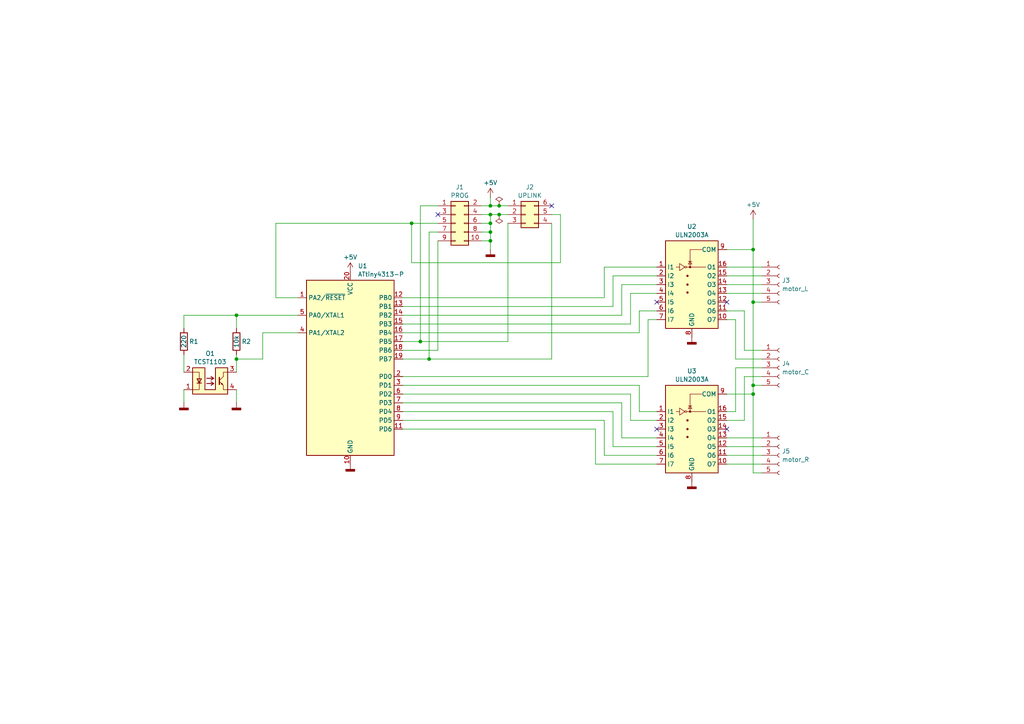
<source format=kicad_sch>
(kicad_sch (version 20231120) (generator "eeschema") (generator_version "8.0")
  (paper "A4")
  (lib_symbols
    (symbol "Connector:Conn_01x05_Socket" (pin_names (offset 1.016) hide)
      (property "Reference" "J" (at 0 7.62 0))
      (property "Value" "Conn_01x05_Socket" (at 0 -7.62 0))
      (symbol "Conn_01x05_Socket_1_1"
        (arc (start 0 -4.572) (mid -0.5058 -5.08) (end 0 -5.588) (stroke (width 0.1524)))
        (arc (start 0 -2.032) (mid -0.5058 -2.54) (end 0 -3.048) (stroke (width 0.1524)))
        (polyline (pts (xy -1.27 -5.08) (xy -0.508 -5.08)) (stroke (width 0.1524)))
        (polyline (pts (xy -1.27 -2.54) (xy -0.508 -2.54)) (stroke (width 0.1524)))
        (polyline (pts (xy -1.27 0) (xy -0.508 0)) (stroke (width 0.1524)))
        (polyline (pts (xy -1.27 2.54) (xy -0.508 2.54)) (stroke (width 0.1524)))
        (polyline (pts (xy -1.27 5.08) (xy -0.508 5.08)) (stroke (width 0.1524)))
        (arc (start 0 0.508) (mid -0.5058 0) (end 0 -0.508) (stroke (width 0.1524)))
        (arc (start 0 3.048) (mid -0.5058 2.54) (end 0 2.032) (stroke (width 0.1524)))
        (arc (start 0 5.588) (mid -0.5058 5.08) (end 0 4.572) (stroke (width 0.1524)))
        (pin passive line (at -5.08 5.08 0) (length 3.81) (name "Pin_1") (number "1"))
        (pin passive line (at -5.08 2.54 0) (length 3.81) (name "Pin_2") (number "2"))
        (pin passive line (at -5.08 0 0) (length 3.81) (name "Pin_3") (number "3"))
        (pin passive line (at -5.08 -2.54 0) (length 3.81) (name "Pin_4") (number "4"))
        (pin passive line (at -5.08 -5.08 0) (length 3.81) (name "Pin_5") (number "5"))
      )
    )
    (symbol "Connector_Generic:Conn_02x03_Counter_Clockwise" (pin_names (offset 1.016) hide)
      (property "Reference" "J" (at 1.27 5.08 0))
      (property "Value" "Conn_02x03_Counter_Clockwise" (at 1.27 -5.08 0))
      (symbol "Conn_02x03_Counter_Clockwise_1_1"
        (rectangle (start -1.27 -2.413) (end 0 -2.667) (stroke (width 0.1524)))
        (rectangle (start -1.27 0.127) (end 0 -0.127) (stroke (width 0.1524)))
        (rectangle (start -1.27 2.667) (end 0 2.413) (stroke (width 0.1524)))
        (rectangle (start -1.27 3.81) (end 3.81 -3.81) (stroke (width 0.254)) (fill (type background)))
        (rectangle (start 3.81 -2.413) (end 2.54 -2.667) (stroke (width 0.1524)))
        (rectangle (start 3.81 0.127) (end 2.54 -0.127) (stroke (width 0.1524)))
        (rectangle (start 3.81 2.667) (end 2.54 2.413) (stroke (width 0.1524)))
        (pin passive line (at -5.08 2.54 0) (length 3.81) (name "Pin_1") (number "1"))
        (pin passive line (at -5.08 0 0) (length 3.81) (name "Pin_2") (number "2"))
        (pin passive line (at -5.08 -2.54 0) (length 3.81) (name "Pin_3") (number "3"))
        (pin passive line (at 7.62 -2.54 180) (length 3.81) (name "Pin_4") (number "4"))
        (pin passive line (at 7.62 0 180) (length 3.81) (name "Pin_5") (number "5"))
        (pin passive line (at 7.62 2.54 180) (length 3.81) (name "Pin_6") (number "6"))
      )
    )
    (symbol "Connector_Generic:Conn_02x05_Odd_Even" (pin_names (offset 1.016) hide)
      (property "Reference" "J" (at 1.27 7.62 0))
      (property "Value" "Conn_02x05_Odd_Even" (at 1.27 -7.62 0))
      (symbol "Conn_02x05_Odd_Even_1_1"
        (rectangle (start -1.27 -4.953) (end 0 -5.207) (stroke (width 0.1524)))
        (rectangle (start -1.27 -2.413) (end 0 -2.667) (stroke (width 0.1524)))
        (rectangle (start -1.27 0.127) (end 0 -0.127) (stroke (width 0.1524)))
        (rectangle (start -1.27 2.667) (end 0 2.413) (stroke (width 0.1524)))
        (rectangle (start -1.27 5.207) (end 0 4.953) (stroke (width 0.1524)))
        (rectangle (start -1.27 6.35) (end 3.81 -6.35) (stroke (width 0.254)) (fill (type background)))
        (rectangle (start 3.81 -4.953) (end 2.54 -5.207) (stroke (width 0.1524)))
        (rectangle (start 3.81 -2.413) (end 2.54 -2.667) (stroke (width 0.1524)))
        (rectangle (start 3.81 0.127) (end 2.54 -0.127) (stroke (width 0.1524)))
        (rectangle (start 3.81 2.667) (end 2.54 2.413) (stroke (width 0.1524)))
        (rectangle (start 3.81 5.207) (end 2.54 4.953) (stroke (width 0.1524)))
        (pin passive line (at -5.08 5.08 0) (length 3.81) (name "Pin_1") (number "1"))
        (pin passive line (at 7.62 -5.08 180) (length 3.81) (name "Pin_10") (number "10"))
        (pin passive line (at 7.62 5.08 180) (length 3.81) (name "Pin_2") (number "2"))
        (pin passive line (at -5.08 2.54 0) (length 3.81) (name "Pin_3") (number "3"))
        (pin passive line (at 7.62 2.54 180) (length 3.81) (name "Pin_4") (number "4"))
        (pin passive line (at -5.08 0 0) (length 3.81) (name "Pin_5") (number "5"))
        (pin passive line (at 7.62 0 180) (length 3.81) (name "Pin_6") (number "6"))
        (pin passive line (at -5.08 -2.54 0) (length 3.81) (name "Pin_7") (number "7"))
        (pin passive line (at 7.62 -2.54 180) (length 3.81) (name "Pin_8") (number "8"))
        (pin passive line (at -5.08 -5.08 0) (length 3.81) (name "Pin_9") (number "9"))
      )
    )
    (symbol "Device:R" (pin_numbers hide) (pin_names (offset 0))
      (property "Reference" "R" (at 2.032 0 90))
      (property "Value" "R" (at 0 0 90))
      (symbol "R_0_1"
        (rectangle (start -1.016 -2.54) (end 1.016 2.54) (stroke (width 0.254)))
      )
      (symbol "R_1_1"
        (pin passive line (at 0 3.81 270) (length 1.27) (name "~") (number "1"))
        (pin passive line (at 0 -3.81 90) (length 1.27) (name "~") (number "2"))
      )
    )
    (symbol "MCU_Microchip_ATtiny:ATtiny4313-P"
      (property "Reference" "U" (at -12.7 26.67 0))
      (property "Value" "ATtiny4313-P" (at 2.54 -26.67 0))
      (symbol "ATtiny4313-P_0_1"
        (rectangle (start -12.7 -25.4) (end 12.7 25.4) (stroke (width 0.254)) (fill (type background)))
      )
      (symbol "ATtiny4313-P_1_1"
        (pin bidirectional line (at -15.24 20.32 0) (length 2.54) (name "PA2/~{RESET}") (number "1"))
        (pin power_in line (at 0 -27.94 90) (length 2.54) (name "GND") (number "10"))
        (pin bidirectional line (at 15.24 -17.78 180) (length 2.54) (name "PD6") (number "11"))
        (pin bidirectional line (at 15.24 20.32 180) (length 2.54) (name "PB0") (number "12"))
        (pin bidirectional line (at 15.24 17.78 180) (length 2.54) (name "PB1") (number "13"))
        (pin bidirectional line (at 15.24 15.24 180) (length 2.54) (name "PB2") (number "14"))
        (pin bidirectional line (at 15.24 12.7 180) (length 2.54) (name "PB3") (number "15"))
        (pin bidirectional line (at 15.24 10.16 180) (length 2.54) (name "PB4") (number "16"))
        (pin bidirectional line (at 15.24 7.62 180) (length 2.54) (name "PB5") (number "17"))
        (pin bidirectional line (at 15.24 5.08 180) (length 2.54) (name "PB6") (number "18"))
        (pin bidirectional line (at 15.24 2.54 180) (length 2.54) (name "PB7") (number "19"))
        (pin bidirectional line (at 15.24 -2.54 180) (length 2.54) (name "PD0") (number "2"))
        (pin power_in line (at 0 27.94 270) (length 2.54) (name "VCC") (number "20"))
        (pin bidirectional line (at 15.24 -5.08 180) (length 2.54) (name "PD1") (number "3"))
        (pin bidirectional line (at -15.24 10.16 0) (length 2.54) (name "PA1/XTAL2") (number "4"))
        (pin bidirectional line (at -15.24 15.24 0) (length 2.54) (name "PA0/XTAL1") (number "5"))
        (pin bidirectional line (at 15.24 -7.62 180) (length 2.54) (name "PD2") (number "6"))
        (pin bidirectional line (at 15.24 -10.16 180) (length 2.54) (name "PD3") (number "7"))
        (pin bidirectional line (at 15.24 -12.7 180) (length 2.54) (name "PD4") (number "8"))
        (pin bidirectional line (at 15.24 -15.24 180) (length 2.54) (name "PD5") (number "9"))
      )
    )
    (symbol "Transistor_Array:ULN2003A"
      (property "Reference" "U" (at 0 15.875 0))
      (property "Value" "ULN2003A" (at 0 13.97 0))
      (symbol "ULN2003A_0_1"
        (rectangle (start -7.62 -12.7) (end 7.62 12.7) (stroke (width 0.254)) (fill (type background)))
        (circle (center -1.778 5.08) (radius 0.254))
        (circle (center -1.27 -2.286) (radius 0.254) (fill (type outline)))
        (circle (center -1.27 0) (radius 0.254) (fill (type outline)))
        (circle (center -1.27 2.54) (radius 0.254) (fill (type outline)))
        (circle (center -0.508 5.08) (radius 0.254) (fill (type outline)))
        (polyline (pts (xy -4.572 5.08) (xy -3.556 5.08)))
        (polyline (pts (xy -1.524 5.08) (xy 4.064 5.08)))
        (polyline (pts (xy 0 6.731) (xy -1.016 6.731)))
        (polyline (pts (xy -0.508 5.08) (xy -0.508 10.16) (xy 2.921 10.16)))
        (polyline (pts (xy -3.556 6.096) (xy -3.556 4.064) (xy -2.032 5.08) (xy -3.556 6.096)))
        (polyline (pts (xy 0 5.969) (xy -1.016 5.969) (xy -0.508 6.731) (xy 0 5.969)))
      )
      (symbol "ULN2003A_1_1"
        (pin input line (at -10.16 5.08 0) (length 2.54) (name "I1") (number "1"))
        (pin open_collector line (at 10.16 -10.16 180) (length 2.54) (name "O7") (number "10"))
        (pin open_collector line (at 10.16 -7.62 180) (length 2.54) (name "O6") (number "11"))
        (pin open_collector line (at 10.16 -5.08 180) (length 2.54) (name "O5") (number "12"))
        (pin open_collector line (at 10.16 -2.54 180) (length 2.54) (name "O4") (number "13"))
        (pin open_collector line (at 10.16 0 180) (length 2.54) (name "O3") (number "14"))
        (pin open_collector line (at 10.16 2.54 180) (length 2.54) (name "O2") (number "15"))
        (pin open_collector line (at 10.16 5.08 180) (length 2.54) (name "O1") (number "16"))
        (pin input line (at -10.16 2.54 0) (length 2.54) (name "I2") (number "2"))
        (pin input line (at -10.16 0 0) (length 2.54) (name "I3") (number "3"))
        (pin input line (at -10.16 -2.54 0) (length 2.54) (name "I4") (number "4"))
        (pin input line (at -10.16 -5.08 0) (length 2.54) (name "I5") (number "5"))
        (pin input line (at -10.16 -7.62 0) (length 2.54) (name "I6") (number "6"))
        (pin input line (at -10.16 -10.16 0) (length 2.54) (name "I7") (number "7"))
        (pin power_in line (at 0 -15.24 90) (length 2.54) (name "GND") (number "8"))
        (pin passive line (at 10.16 10.16 180) (length 2.54) (name "COM") (number "9"))
      )
    )
    (symbol "misi:TCST1103" (pin_names (offset 1.016) hide)
      (property "Reference" "O" (at -3.81 5.08 0))
      (property "Value" "TCST1103" (at 10.16 5.08 0))
      (symbol "TCST1103_0_1"
        (polyline (pts (xy -3.81 -0.635) (xy -2.54 -0.635)) (stroke (width 0.254)))
        (polyline (pts (xy -1.016 0.762) (xy 1.016 0.762)) (stroke (width 0.254)))
        (polyline (pts (xy 2.667 -0.127) (xy 3.81 -1.27)))
        (polyline (pts (xy 2.667 0.127) (xy 3.81 1.27)))
        (polyline (pts (xy 0.254 1.27) (xy 1.016 0.762) (xy 0.254 0.254)) (stroke (width 0.254)))
        (polyline (pts (xy 2.667 1.016) (xy 2.667 -1.016) (xy 2.667 -1.016)) (stroke (width 0.3556)))
        (polyline (pts (xy 3.81 -1.27) (xy 3.81 -2.54) (xy 5.08 -2.54)))
        (polyline (pts (xy 3.81 1.27) (xy 3.81 2.54) (xy 5.08 2.54)))
        (polyline (pts (xy -5.08 -2.54) (xy -3.175 -2.54) (xy -3.175 2.54) (xy -5.08 2.54)))
        (polyline (pts (xy -3.175 -0.635) (xy -3.81 0.635) (xy -2.54 0.635) (xy -3.175 -0.635)) (stroke (width 0.254)))
        (polyline (pts (xy 3.683 -1.143) (xy 3.429 -0.635) (xy 3.175 -0.889) (xy 3.683 -1.143)))
        (polyline (pts (xy 5.08 3.81) (xy 5.08 -3.81) (xy -5.08 -3.81) (xy -5.08 3.81) (xy -1.524 3.81) (xy -1.524 -2.54) (xy 1.524 -2.54) (xy 1.524 3.81) (xy 5.08 3.81)) (stroke (width 0.254)) (fill (type background)))
      )
      (symbol "TCST1103_1_1"
        (polyline (pts (xy -1.016 -0.762) (xy 1.016 -0.762)) (stroke (width 0.254)))
        (polyline (pts (xy 0.254 -0.254) (xy 1.016 -0.762) (xy 0.254 -1.27)) (stroke (width 0.254)))
        (pin passive line (at -7.62 -2.54 0) (length 2.54) (name "K") (number "1"))
        (pin passive line (at -7.62 2.54 0) (length 2.54) (name "A") (number "2"))
        (pin open_collector line (at 7.62 2.54 180) (length 2.54) (name "C") (number "3"))
        (pin open_emitter line (at 7.62 -2.54 180) (length 2.54) (name "E") (number "4"))
      )
    )
    (symbol "power:+5V" (power) (pin_numbers hide) (pin_names (offset 0) hide)
      (property "Value" "+5V" (at 0 3.556 0))
      (symbol "+5V_0_1"
        (polyline (pts (xy -0.762 1.27) (xy 0 2.54)))
        (polyline (pts (xy 0 0) (xy 0 2.54)))
        (polyline (pts (xy 0 2.54) (xy 0.762 1.27)))
      )
      (symbol "+5V_1_1"
        (pin power_in line (at 0 0 90) (length 0) (name "~") (number "1"))
      )
    )
    (symbol "power:GNDD" (power) (pin_numbers hide) (pin_names (offset 0) hide)
      (property "Value" "GNDD" (at 0 -3.175 0))
      (symbol "GNDD_0_1"
        (rectangle (start -1.27 -1.524) (end 1.27 -2.032) (stroke (width 0.254)) (fill (type outline)))
        (polyline (pts (xy 0 0) (xy 0 -1.524)))
      )
      (symbol "GNDD_1_1"
        (pin power_in line (at 0 0 270) (length 0) (name "~") (number "1"))
      )
    )
    (symbol "power:PWR_FLAG" (power) (pin_numbers hide) (pin_names (offset 0) hide)
      (property "Value" "PWR_FLAG" (at 0 3.81 0))
      (symbol "PWR_FLAG_0_0"
        (pin power_out line (at 0 0 90) (length 0) (name "~") (number "1"))
      )
      (symbol "PWR_FLAG_0_1"
        (polyline (pts (xy 0 0) (xy 0 1.27) (xy -1.016 1.905) (xy 0 2.54) (xy 1.016 1.905) (xy 0 1.27)))
      )
    )
  )
  (junction (at 142.24 62.23))
  (junction (at 142.24 64.77))
  (junction (at 68.58 104.14))
  (junction (at 142.24 67.31))
  (junction (at 218.44 114.3))
  (junction (at 218.44 87.63))
  (junction (at 142.24 69.85))
  (junction (at 124.46 104.14))
  (junction (at 142.24 59.69))
  (junction (at 68.58 91.44))
  (junction (at 144.78 62.23))
  (junction (at 144.78 59.69))
  (junction (at 218.44 72.39))
  (junction (at 121.92 99.06))
  (junction (at 119.38 64.77))
  (junction (at 218.44 111.76))
  (no_connect (at 210.82 87.63))
  (no_connect (at 190.5 124.46))
  (no_connect (at 190.5 87.63))
  (no_connect (at 210.82 124.46))
  (no_connect (at 127 62.23))
  (no_connect (at 160.02 59.69))
  (wire (pts (xy 147.32 64.77) (xy 147.32 99.06)))
  (wire (pts (xy 180.34 127) (xy 180.34 116.84)))
  (wire (pts (xy 147.32 99.06) (xy 121.92 99.06)))
  (wire (pts (xy 190.5 121.92) (xy 182.88 121.92)))
  (wire (pts (xy 220.98 109.22) (xy 215.9 109.22)))
  (wire (pts (xy 116.84 91.44) (xy 180.34 91.44)))
  (wire (pts (xy 175.26 132.08) (xy 190.5 132.08)))
  (wire (pts (xy 68.58 113.03) (xy 68.58 116.84)))
  (wire (pts (xy 76.2 104.14) (xy 68.58 104.14)))
  (wire (pts (xy 86.36 96.52) (xy 76.2 96.52)))
  (wire (pts (xy 116.84 121.92) (xy 175.26 121.92)))
  (wire (pts (xy 144.78 59.69) (xy 147.32 59.69)))
  (wire (pts (xy 218.44 72.39) (xy 218.44 87.63)))
  (wire (pts (xy 210.82 72.39) (xy 218.44 72.39)))
  (wire (pts (xy 160.02 104.14) (xy 124.46 104.14)))
  (wire (pts (xy 215.9 109.22) (xy 215.9 121.92)))
  (wire (pts (xy 162.56 62.23) (xy 162.56 76.2)))
  (wire (pts (xy 119.38 64.77) (xy 80.01 64.77)))
  (wire (pts (xy 142.24 69.85) (xy 142.24 72.39)))
  (wire (pts (xy 124.46 104.14) (xy 124.46 67.31)))
  (wire (pts (xy 180.34 91.44) (xy 180.34 82.55)))
  (wire (pts (xy 160.02 62.23) (xy 162.56 62.23)))
  (wire (pts (xy 86.36 91.44) (xy 68.58 91.44)))
  (wire (pts (xy 210.82 82.55) (xy 220.98 82.55)))
  (wire (pts (xy 80.01 64.77) (xy 80.01 86.36)))
  (wire (pts (xy 185.42 96.52) (xy 116.84 96.52)))
  (wire (pts (xy 127 101.6) (xy 127 69.85)))
  (wire (pts (xy 190.5 129.54) (xy 177.8 129.54)))
  (wire (pts (xy 210.82 119.38) (xy 213.36 119.38)))
  (wire (pts (xy 182.88 85.09) (xy 190.5 85.09)))
  (wire (pts (xy 139.7 69.85) (xy 142.24 69.85)))
  (wire (pts (xy 177.8 129.54) (xy 177.8 119.38)))
  (wire (pts (xy 142.24 59.69) (xy 139.7 59.69)))
  (wire (pts (xy 190.5 90.17) (xy 185.42 90.17)))
  (wire (pts (xy 116.84 86.36) (xy 175.26 86.36)))
  (wire (pts (xy 116.84 101.6) (xy 127 101.6)))
  (wire (pts (xy 220.98 137.16) (xy 218.44 137.16)))
  (wire (pts (xy 53.34 113.03) (xy 53.34 116.84)))
  (wire (pts (xy 210.82 77.47) (xy 220.98 77.47)))
  (wire (pts (xy 210.82 114.3) (xy 218.44 114.3)))
  (wire (pts (xy 218.44 111.76) (xy 218.44 114.3)))
  (wire (pts (xy 213.36 119.38) (xy 213.36 106.68)))
  (wire (pts (xy 187.96 92.71) (xy 187.96 109.22)))
  (wire (pts (xy 76.2 96.52) (xy 76.2 104.14)))
  (wire (pts (xy 210.82 134.62) (xy 220.98 134.62)))
  (wire (pts (xy 215.9 121.92) (xy 210.82 121.92)))
  (wire (pts (xy 218.44 111.76) (xy 220.98 111.76)))
  (wire (pts (xy 160.02 64.77) (xy 160.02 104.14)))
  (wire (pts (xy 185.42 90.17) (xy 185.42 96.52)))
  (wire (pts (xy 68.58 104.14) (xy 68.58 107.95)))
  (wire (pts (xy 210.82 92.71) (xy 213.36 92.71)))
  (wire (pts (xy 124.46 67.31) (xy 127 67.31)))
  (wire (pts (xy 185.42 119.38) (xy 185.42 111.76)))
  (wire (pts (xy 116.84 99.06) (xy 121.92 99.06)))
  (wire (pts (xy 175.26 77.47) (xy 190.5 77.47)))
  (wire (pts (xy 215.9 90.17) (xy 210.82 90.17)))
  (wire (pts (xy 180.34 116.84) (xy 116.84 116.84)))
  (wire (pts (xy 182.88 114.3) (xy 116.84 114.3)))
  (wire (pts (xy 172.72 134.62) (xy 172.72 124.46)))
  (wire (pts (xy 213.36 92.71) (xy 213.36 104.14)))
  (wire (pts (xy 53.34 91.44) (xy 53.34 95.25)))
  (wire (pts (xy 177.8 80.01) (xy 190.5 80.01)))
  (wire (pts (xy 182.88 93.98) (xy 182.88 85.09)))
  (wire (pts (xy 142.24 62.23) (xy 142.24 64.77)))
  (wire (pts (xy 53.34 102.87) (xy 53.34 107.95)))
  (wire (pts (xy 144.78 62.23) (xy 147.32 62.23)))
  (wire (pts (xy 190.5 127) (xy 180.34 127)))
  (wire (pts (xy 218.44 63.5) (xy 218.44 72.39)))
  (wire (pts (xy 142.24 67.31) (xy 142.24 69.85)))
  (wire (pts (xy 116.84 93.98) (xy 182.88 93.98)))
  (wire (pts (xy 177.8 88.9) (xy 177.8 80.01)))
  (wire (pts (xy 218.44 114.3) (xy 218.44 137.16)))
  (wire (pts (xy 190.5 92.71) (xy 187.96 92.71)))
  (wire (pts (xy 68.58 102.87) (xy 68.58 104.14)))
  (wire (pts (xy 116.84 88.9) (xy 177.8 88.9)))
  (wire (pts (xy 190.5 134.62) (xy 172.72 134.62)))
  (wire (pts (xy 139.7 62.23) (xy 142.24 62.23)))
  (wire (pts (xy 213.36 104.14) (xy 220.98 104.14)))
  (wire (pts (xy 142.24 57.15) (xy 142.24 59.69)))
  (wire (pts (xy 210.82 85.09) (xy 220.98 85.09)))
  (wire (pts (xy 215.9 101.6) (xy 215.9 90.17)))
  (wire (pts (xy 116.84 109.22) (xy 187.96 109.22)))
  (wire (pts (xy 180.34 82.55) (xy 190.5 82.55)))
  (wire (pts (xy 139.7 64.77) (xy 142.24 64.77)))
  (wire (pts (xy 182.88 121.92) (xy 182.88 114.3)))
  (wire (pts (xy 175.26 121.92) (xy 175.26 132.08)))
  (wire (pts (xy 142.24 64.77) (xy 142.24 67.31)))
  (wire (pts (xy 53.34 91.44) (xy 68.58 91.44)))
  (wire (pts (xy 121.92 99.06) (xy 121.92 59.69)))
  (wire (pts (xy 142.24 59.69) (xy 144.78 59.69)))
  (wire (pts (xy 218.44 87.63) (xy 218.44 111.76)))
  (wire (pts (xy 139.7 67.31) (xy 142.24 67.31)))
  (wire (pts (xy 116.84 104.14) (xy 124.46 104.14)))
  (wire (pts (xy 121.92 59.69) (xy 127 59.69)))
  (wire (pts (xy 210.82 129.54) (xy 220.98 129.54)))
  (wire (pts (xy 177.8 119.38) (xy 116.84 119.38)))
  (wire (pts (xy 218.44 87.63) (xy 220.98 87.63)))
  (wire (pts (xy 185.42 111.76) (xy 116.84 111.76)))
  (wire (pts (xy 68.58 91.44) (xy 68.58 95.25)))
  (wire (pts (xy 220.98 101.6) (xy 215.9 101.6)))
  (wire (pts (xy 190.5 119.38) (xy 185.42 119.38)))
  (wire (pts (xy 162.56 76.2) (xy 119.38 76.2)))
  (wire (pts (xy 142.24 62.23) (xy 144.78 62.23)))
  (wire (pts (xy 210.82 132.08) (xy 220.98 132.08)))
  (wire (pts (xy 210.82 127) (xy 220.98 127)))
  (wire (pts (xy 175.26 86.36) (xy 175.26 77.47)))
  (wire (pts (xy 213.36 106.68) (xy 220.98 106.68)))
  (wire (pts (xy 127 64.77) (xy 119.38 64.77)))
  (wire (pts (xy 210.82 80.01) (xy 220.98 80.01)))
  (wire (pts (xy 80.01 86.36) (xy 86.36 86.36)))
  (wire (pts (xy 172.72 124.46) (xy 116.84 124.46)))
  (wire (pts (xy 119.38 76.2) (xy 119.38 64.77)))
  (symbol (lib_id "power:GNDD") (at 68.58 116.84 0) (unit 1)
    (property "Reference" "#PWR02" (effects (hide yes)))
    (property "Value" "GNDD" (effects (hide yes)))
    (property "Description" "Power symbol creates a global label with name \"GNDD\" , digital ground" (effects (hide yes)))
  )
  (symbol (lib_id "power:GNDD") (at 53.34 116.84 0) (unit 1)
    (property "Reference" "#PWR01" (effects (hide yes)))
    (property "Value" "GNDD" (effects (hide yes)))
    (property "Description" "Power symbol creates a global label with name \"GNDD\" , digital ground" (effects (hide yes)))
  )
  (symbol (lib_id "Connector:Conn_01x05_Socket") (at 226.06 82.55 0) (unit 1)
    (property "Reference" "J3" (at 226.7712 81.3378 0) (effects (justify left)))
    (property "Value" "motor_L" (at 226.7712 83.7621 0) (effects (justify left)))
    (property "Footprint" "Connector_JST:JST_XH_B5B-XH-A_1x05_P2.50mm_Vertical" (effects (hide yes)))
    (property "Description" "Generic connector, single row, 01x05, script generated" (effects (hide yes)))
  )
  (symbol (lib_id "Connector_Generic:Conn_02x05_Odd_Even") (at 132.08 64.77 0) (unit 1)
    (property "Reference" "J1" (at 133.35 54.2755 0))
    (property "Value" "PROG" (at 133.35 56.6998 0))
    (property "Footprint" "Connector_IDC:IDC-Header_2x05_P2.54mm_Vertical" (effects (hide yes)))
    (property "Description" "Generic connector, double row, 02x05, odd/even pin numbering scheme (row 1 odd numbers, row 2 even numbers), script generated (kicad-library-utils/schlib/autogen/connector/)" (effects (hide yes)))
  )
  (symbol (lib_id "power:+5V") (at 101.6 78.74 0) (unit 1)
    (property "Reference" "#PWR03" (effects (hide yes)))
    (property "Value" "+5V" (at 101.6 74.6069 0))
    (property "Description" "Power symbol creates a global label with name \"+5V\"" (effects (hide yes)))
  )
  (symbol (lib_id "power:GNDD") (at 101.6 134.62 0) (unit 1)
    (property "Reference" "#PWR04" (effects (hide yes)))
    (property "Value" "GNDD" (effects (hide yes)))
    (property "Description" "Power symbol creates a global label with name \"GNDD\" , digital ground" (effects (hide yes)))
  )
  (symbol (lib_id "power:+5V") (at 218.44 63.5 0) (unit 1)
    (property "Reference" "#PWR09" (effects (hide yes)))
    (property "Value" "+5V" (at 218.44 59.3669 0))
    (property "Description" "Power symbol creates a global label with name \"+5V\"" (effects (hide yes)))
  )
  (symbol (lib_id "Transistor_Array:ULN2003A") (at 200.66 82.55 0) (unit 1)
    (property "Reference" "U2" (at 200.66 65.7055 0))
    (property "Value" "ULN2003A" (at 200.66 68.1298 0))
    (property "Footprint" "Package_DIP:DIP-16_W7.62mm_LongPads" (effects (hide yes)))
    (property "Datasheet" "http://www.ti.com/lit/ds/symlink/uln2003a.pdf" (effects (hide yes)))
    (property "Description" "High Voltage, High Current Darlington Transistor Arrays, SOIC16/SOIC16W/DIP16/TSSOP16" (effects (hide yes)))
  )
  (symbol (lib_id "misi:TCST1103") (at 60.96 110.49 0) (unit 1)
    (property "Reference" "O1" (at 60.96 102.5355 0))
    (property "Value" "TCST1103" (at 60.96 104.9598 0))
    (property "Footprint" "OptoDevice:Everlight_ITR8307" (effects (hide yes)))
    (property "Datasheet" "http://www.ystone.com.tw/en/data/goods/IRPT/Photo%20Interrupters-Reflective%20Type.pdf" (effects (hide yes)))
    (property "Description" "Subminiature Reflective Optical Sensor, Darlington photo transistor, SMD-package with PCB-cutout" (effects (hide yes)))
  )
  (symbol (lib_id "power:PWR_FLAG") (at 144.78 59.69 0) (unit 1)
    (property "Reference" "#FLG01" (effects (hide yes)))
    (property "Value" "PWR_FLAG" (effects (hide yes)))
    (property "Description" "Special symbol for telling ERC where power comes from" (effects (hide yes)))
  )
  (symbol (lib_id "Device:R") (at 68.58 99.06 0) (unit 1)
    (property "Reference" "R2" (at 70.104 99.06 0) (effects (justify left)))
    (property "Value" "10k" (at 68.58 99.06 90))
    (property "Footprint" "Resistor_THT:R_Axial_DIN0309_L9.0mm_D3.2mm_P12.70mm_Horizontal" (effects (hide yes)))
    (property "Description" "Resistor" (effects (hide yes)))
  )
  (symbol (lib_id "Transistor_Array:ULN2003A") (at 200.66 124.46 0) (unit 1)
    (property "Reference" "U3" (at 200.66 107.6155 0))
    (property "Value" "ULN2003A" (at 200.66 110.0398 0))
    (property "Footprint" "Package_DIP:DIP-16_W7.62mm_LongPads" (effects (hide yes)))
    (property "Datasheet" "http://www.ti.com/lit/ds/symlink/uln2003a.pdf" (effects (hide yes)))
    (property "Description" "High Voltage, High Current Darlington Transistor Arrays, SOIC16/SOIC16W/DIP16/TSSOP16" (effects (hide yes)))
  )
  (symbol (lib_id "Connector:Conn_01x05_Socket") (at 226.06 132.08 0) (unit 1)
    (property "Reference" "J5" (at 226.7712 130.8678 0) (effects (justify left)))
    (property "Value" "motor_R" (at 226.7712 133.2921 0) (effects (justify left)))
    (property "Footprint" "Connector_JST:JST_XH_B5B-XH-A_1x05_P2.50mm_Vertical" (effects (hide yes)))
    (property "Description" "Generic connector, single row, 01x05, script generated" (effects (hide yes)))
  )
  (symbol (lib_id "MCU_Microchip_ATtiny:ATtiny4313-P") (at 101.6 106.68 0) (unit 1)
    (property "Reference" "U1" (at 103.7941 77.1355 0) (effects (justify left)))
    (property "Value" "ATtiny4313-P" (at 103.7941 79.5598 0) (effects (justify left)))
    (property "Footprint" "Package_DIP:DIP-20_W7.62mm_LongPads" (effects (hide yes)))
    (property "Datasheet" "http://ww1.microchip.com/downloads/en/DeviceDoc/doc8246.pdf" (effects (hide yes)))
    (property "Description" "20MHz, 4kB Flash, 256B SRAM, 256B EEPROM, DIP-20" (effects (hide yes)))
  )
  (symbol (lib_id "power:+5V") (at 142.24 57.15 0) (unit 1)
    (property "Reference" "#PWR05" (effects (hide yes)))
    (property "Value" "+5V" (at 142.24 53.0169 0))
    (property "Description" "Power symbol creates a global label with name \"+5V\"" (effects (hide yes)))
  )
  (symbol (lib_id "power:PWR_FLAG") (at 144.78 62.23 180) (unit 1)
    (property "Reference" "#FLG02" (effects (hide yes)))
    (property "Value" "PWR_FLAG" (effects (hide yes)))
    (property "Description" "Special symbol for telling ERC where power comes from" (effects (hide yes)))
  )
  (symbol (lib_id "Connector_Generic:Conn_02x03_Counter_Clockwise") (at 152.4 62.23 0) (unit 1)
    (property "Reference" "J2" (at 153.67 54.2755 0))
    (property "Value" "UPLINK" (at 153.67 56.6998 0))
    (property "Footprint" "Connector_IDC:IDC-Header_2x03_P2.54mm_Vertical" (effects (hide yes)))
    (property "Description" "Generic connector, double row, 02x03, counter clockwise pin numbering scheme (similar to DIP package numbering), script generated (kicad-library-utils/schlib/autogen/connector/)" (effects (hide yes)))
  )
  (symbol (lib_id "Connector:Conn_01x05_Socket") (at 226.06 106.68 0) (unit 1)
    (property "Reference" "J4" (at 226.7712 105.4678 0) (effects (justify left)))
    (property "Value" "motor_C" (at 226.7712 107.8921 0) (effects (justify left)))
    (property "Footprint" "Connector_JST:JST_XH_B5B-XH-A_1x05_P2.50mm_Vertical" (effects (hide yes)))
    (property "Description" "Generic connector, single row, 01x05, script generated" (effects (hide yes)))
  )
  (symbol (lib_id "power:GNDD") (at 200.66 139.7 0) (unit 1)
    (property "Reference" "#PWR08" (effects (hide yes)))
    (property "Value" "GNDD" (effects (hide yes)))
    (property "Description" "Power symbol creates a global label with name \"GNDD\" , digital ground" (effects (hide yes)))
  )
  (symbol (lib_id "power:GNDD") (at 142.24 72.39 0) (unit 1)
    (property "Reference" "#PWR06" (effects (hide yes)))
    (property "Value" "GNDD" (effects (hide yes)))
    (property "Description" "Power symbol creates a global label with name \"GNDD\" , digital ground" (effects (hide yes)))
  )
  (symbol (lib_id "Device:R") (at 53.34 99.06 0) (unit 1)
    (property "Reference" "R1" (at 54.864 99.06 0) (effects (justify left)))
    (property "Value" "220" (at 53.34 99.06 90))
    (property "Footprint" "Resistor_THT:R_Axial_DIN0309_L9.0mm_D3.2mm_P12.70mm_Horizontal" (effects (hide yes)))
    (property "Description" "Resistor" (effects (hide yes)))
  )
  (symbol (lib_id "power:GNDD") (at 200.66 97.79 0) (unit 1)
    (property "Reference" "#PWR07" (effects (hide yes)))
    (property "Value" "GNDD" (effects (hide yes)))
    (property "Description" "Power symbol creates a global label with name \"GNDD\" , digital ground" (effects (hide yes)))
  )
)
</source>
